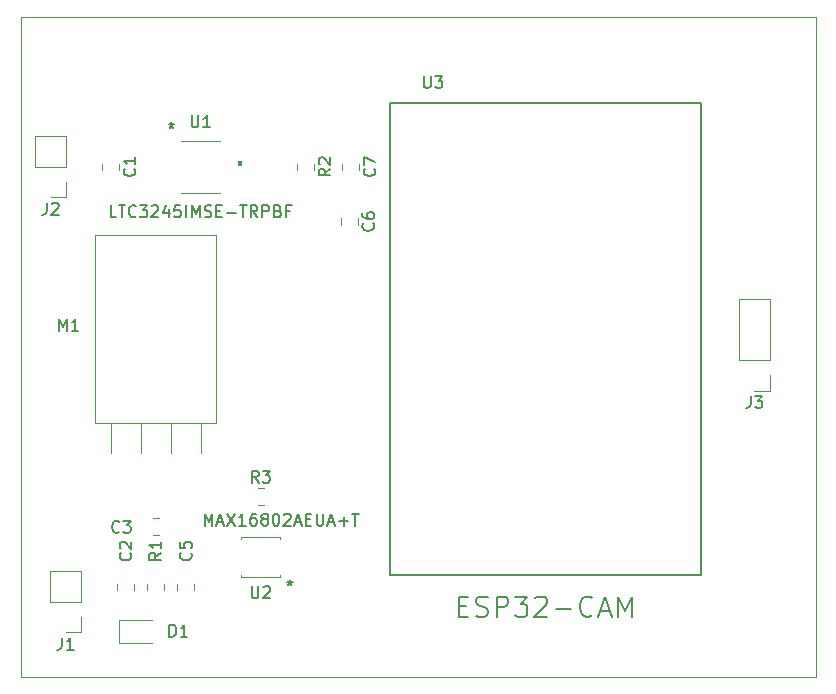
<source format=gbr>
G04 #@! TF.GenerationSoftware,KiCad,Pcbnew,5.1.5+dfsg1-2build2*
G04 #@! TF.CreationDate,2021-09-27T21:09:23+08:00*
G04 #@! TF.ProjectId,esp32-cam,65737033-322d-4636-916d-2e6b69636164,rev?*
G04 #@! TF.SameCoordinates,Original*
G04 #@! TF.FileFunction,Legend,Top*
G04 #@! TF.FilePolarity,Positive*
%FSLAX46Y46*%
G04 Gerber Fmt 4.6, Leading zero omitted, Abs format (unit mm)*
G04 Created by KiCad (PCBNEW 5.1.5+dfsg1-2build2) date 2021-09-27 21:09:23*
%MOMM*%
%LPD*%
G04 APERTURE LIST*
%ADD10C,0.120000*%
%ADD11C,0.127000*%
%ADD12C,0.100000*%
%ADD13C,0.150000*%
G04 APERTURE END LIST*
D10*
X144780000Y-64770000D02*
X144780000Y-120650000D01*
X80010000Y-64770000D02*
X144780000Y-64770000D01*
X144780000Y-120650000D02*
X77470000Y-120650000D01*
X77470000Y-120650000D02*
X77470000Y-64770000D01*
X77470000Y-64770000D02*
X81280000Y-64770000D01*
D11*
X108740000Y-112070000D02*
X108740000Y-72070000D01*
X108740000Y-72070000D02*
X135060000Y-72070000D01*
X135060000Y-72070000D02*
X135060000Y-112070000D01*
X135060000Y-112070000D02*
X108740000Y-112070000D01*
D10*
X89161252Y-107240000D02*
X88638748Y-107240000D01*
X89161252Y-108660000D02*
X88638748Y-108660000D01*
X91033600Y-79667100D02*
X94386400Y-79667100D01*
X94386400Y-75272900D02*
X91033600Y-75272900D01*
D12*
G36*
X96100900Y-76954380D02*
G01*
X96100900Y-77335380D01*
X95846900Y-77335380D01*
X95846900Y-76954380D01*
X96100900Y-76954380D01*
G37*
X96100900Y-76954380D02*
X96100900Y-77335380D01*
X95846900Y-77335380D01*
X95846900Y-76954380D01*
X96100900Y-76954380D01*
D10*
X140930000Y-96430000D02*
X139600000Y-96430000D01*
X140930000Y-95100000D02*
X140930000Y-96430000D01*
X140930000Y-93830000D02*
X138270000Y-93830000D01*
X138270000Y-93830000D02*
X138270000Y-88690000D01*
X140930000Y-93830000D02*
X140930000Y-88690000D01*
X140930000Y-88690000D02*
X138270000Y-88690000D01*
X97528748Y-106120000D02*
X98051252Y-106120000D01*
X97528748Y-104700000D02*
X98051252Y-104700000D01*
X99466400Y-108813600D02*
X96113600Y-108813600D01*
X96113600Y-108813600D02*
X96113600Y-108978700D01*
X96113600Y-112166400D02*
X99466400Y-112166400D01*
X99466400Y-112166400D02*
X99466400Y-112001300D01*
X99466400Y-108978700D02*
X99466400Y-108813600D01*
X96113600Y-112001300D02*
X96113600Y-112166400D01*
X104700000Y-77208748D02*
X104700000Y-77731252D01*
X106120000Y-77208748D02*
X106120000Y-77731252D01*
X100890000Y-77208748D02*
X100890000Y-77731252D01*
X102310000Y-77208748D02*
X102310000Y-77731252D01*
X85770000Y-117800000D02*
X88630000Y-117800000D01*
X85770000Y-115880000D02*
X85770000Y-117800000D01*
X88630000Y-115880000D02*
X85770000Y-115880000D01*
X81340000Y-80070000D02*
X80010000Y-80070000D01*
X81340000Y-78740000D02*
X81340000Y-80070000D01*
X81340000Y-77470000D02*
X78680000Y-77470000D01*
X78680000Y-77470000D02*
X78680000Y-74870000D01*
X81340000Y-77470000D02*
X81340000Y-74870000D01*
X81340000Y-74870000D02*
X78680000Y-74870000D01*
X104590000Y-81838748D02*
X104590000Y-82361252D01*
X106010000Y-81838748D02*
X106010000Y-82361252D01*
X92150000Y-113291252D02*
X92150000Y-112768748D01*
X90730000Y-113291252D02*
X90730000Y-112768748D01*
X92710000Y-99180000D02*
X92710000Y-101720000D01*
X90170000Y-99180000D02*
X90170000Y-101720000D01*
X87630000Y-99180000D02*
X87630000Y-101720000D01*
X85090000Y-99180000D02*
X85090000Y-101720000D01*
X94020000Y-83290000D02*
X94020000Y-99180000D01*
X83780000Y-83290000D02*
X83780000Y-99180000D01*
X83780000Y-83290000D02*
X94020000Y-83290000D01*
X83780000Y-99180000D02*
X94020000Y-99180000D01*
X84380000Y-77208748D02*
X84380000Y-77731252D01*
X85800000Y-77208748D02*
X85800000Y-77731252D01*
X85650000Y-112768748D02*
X85650000Y-113291252D01*
X87070000Y-112768748D02*
X87070000Y-113291252D01*
X82610000Y-111700000D02*
X79950000Y-111700000D01*
X82610000Y-114300000D02*
X82610000Y-111700000D01*
X79950000Y-114300000D02*
X79950000Y-111700000D01*
X82610000Y-114300000D02*
X79950000Y-114300000D01*
X82610000Y-115570000D02*
X82610000Y-116900000D01*
X82610000Y-116900000D02*
X81280000Y-116900000D01*
X88190000Y-112768748D02*
X88190000Y-113291252D01*
X89610000Y-112768748D02*
X89610000Y-113291252D01*
D13*
X111613095Y-69807380D02*
X111613095Y-70616904D01*
X111660714Y-70712142D01*
X111708333Y-70759761D01*
X111803571Y-70807380D01*
X111994047Y-70807380D01*
X112089285Y-70759761D01*
X112136904Y-70712142D01*
X112184523Y-70616904D01*
X112184523Y-69807380D01*
X112565476Y-69807380D02*
X113184523Y-69807380D01*
X112851190Y-70188333D01*
X112994047Y-70188333D01*
X113089285Y-70235952D01*
X113136904Y-70283571D01*
X113184523Y-70378809D01*
X113184523Y-70616904D01*
X113136904Y-70712142D01*
X113089285Y-70759761D01*
X112994047Y-70807380D01*
X112708333Y-70807380D01*
X112613095Y-70759761D01*
X112565476Y-70712142D01*
X114569523Y-114677142D02*
X115142857Y-114677142D01*
X115388571Y-115578095D02*
X114569523Y-115578095D01*
X114569523Y-113858095D01*
X115388571Y-113858095D01*
X116043809Y-115496190D02*
X116289523Y-115578095D01*
X116699047Y-115578095D01*
X116862857Y-115496190D01*
X116944761Y-115414285D01*
X117026666Y-115250476D01*
X117026666Y-115086666D01*
X116944761Y-114922857D01*
X116862857Y-114840952D01*
X116699047Y-114759047D01*
X116371428Y-114677142D01*
X116207619Y-114595238D01*
X116125714Y-114513333D01*
X116043809Y-114349523D01*
X116043809Y-114185714D01*
X116125714Y-114021904D01*
X116207619Y-113940000D01*
X116371428Y-113858095D01*
X116780952Y-113858095D01*
X117026666Y-113940000D01*
X117763809Y-115578095D02*
X117763809Y-113858095D01*
X118419047Y-113858095D01*
X118582857Y-113940000D01*
X118664761Y-114021904D01*
X118746666Y-114185714D01*
X118746666Y-114431428D01*
X118664761Y-114595238D01*
X118582857Y-114677142D01*
X118419047Y-114759047D01*
X117763809Y-114759047D01*
X119320000Y-113858095D02*
X120384761Y-113858095D01*
X119811428Y-114513333D01*
X120057142Y-114513333D01*
X120220952Y-114595238D01*
X120302857Y-114677142D01*
X120384761Y-114840952D01*
X120384761Y-115250476D01*
X120302857Y-115414285D01*
X120220952Y-115496190D01*
X120057142Y-115578095D01*
X119565714Y-115578095D01*
X119401904Y-115496190D01*
X119320000Y-115414285D01*
X121040000Y-114021904D02*
X121121904Y-113940000D01*
X121285714Y-113858095D01*
X121695238Y-113858095D01*
X121859047Y-113940000D01*
X121940952Y-114021904D01*
X122022857Y-114185714D01*
X122022857Y-114349523D01*
X121940952Y-114595238D01*
X120958095Y-115578095D01*
X122022857Y-115578095D01*
X122760000Y-114922857D02*
X124070476Y-114922857D01*
X125872380Y-115414285D02*
X125790476Y-115496190D01*
X125544761Y-115578095D01*
X125380952Y-115578095D01*
X125135238Y-115496190D01*
X124971428Y-115332380D01*
X124889523Y-115168571D01*
X124807619Y-114840952D01*
X124807619Y-114595238D01*
X124889523Y-114267619D01*
X124971428Y-114103809D01*
X125135238Y-113940000D01*
X125380952Y-113858095D01*
X125544761Y-113858095D01*
X125790476Y-113940000D01*
X125872380Y-114021904D01*
X126527619Y-115086666D02*
X127346666Y-115086666D01*
X126363809Y-115578095D02*
X126937142Y-113858095D01*
X127510476Y-115578095D01*
X128083809Y-115578095D02*
X128083809Y-113858095D01*
X128657142Y-115086666D01*
X129230476Y-113858095D01*
X129230476Y-115578095D01*
X85833333Y-108357142D02*
X85785714Y-108404761D01*
X85642857Y-108452380D01*
X85547619Y-108452380D01*
X85404761Y-108404761D01*
X85309523Y-108309523D01*
X85261904Y-108214285D01*
X85214285Y-108023809D01*
X85214285Y-107880952D01*
X85261904Y-107690476D01*
X85309523Y-107595238D01*
X85404761Y-107500000D01*
X85547619Y-107452380D01*
X85642857Y-107452380D01*
X85785714Y-107500000D01*
X85833333Y-107547619D01*
X86166666Y-107452380D02*
X86785714Y-107452380D01*
X86452380Y-107833333D01*
X86595238Y-107833333D01*
X86690476Y-107880952D01*
X86738095Y-107928571D01*
X86785714Y-108023809D01*
X86785714Y-108261904D01*
X86738095Y-108357142D01*
X86690476Y-108404761D01*
X86595238Y-108452380D01*
X86309523Y-108452380D01*
X86214285Y-108404761D01*
X86166666Y-108357142D01*
X91948095Y-73112380D02*
X91948095Y-73921904D01*
X91995714Y-74017142D01*
X92043333Y-74064761D01*
X92138571Y-74112380D01*
X92329047Y-74112380D01*
X92424285Y-74064761D01*
X92471904Y-74017142D01*
X92519523Y-73921904D01*
X92519523Y-73112380D01*
X93519523Y-74112380D02*
X92948095Y-74112380D01*
X93233809Y-74112380D02*
X93233809Y-73112380D01*
X93138571Y-73255238D01*
X93043333Y-73350476D01*
X92948095Y-73398095D01*
X85567142Y-81732380D02*
X85090952Y-81732380D01*
X85090952Y-80732380D01*
X85757619Y-80732380D02*
X86329047Y-80732380D01*
X86043333Y-81732380D02*
X86043333Y-80732380D01*
X87233809Y-81637142D02*
X87186190Y-81684761D01*
X87043333Y-81732380D01*
X86948095Y-81732380D01*
X86805238Y-81684761D01*
X86710000Y-81589523D01*
X86662380Y-81494285D01*
X86614761Y-81303809D01*
X86614761Y-81160952D01*
X86662380Y-80970476D01*
X86710000Y-80875238D01*
X86805238Y-80780000D01*
X86948095Y-80732380D01*
X87043333Y-80732380D01*
X87186190Y-80780000D01*
X87233809Y-80827619D01*
X87567142Y-80732380D02*
X88186190Y-80732380D01*
X87852857Y-81113333D01*
X87995714Y-81113333D01*
X88090952Y-81160952D01*
X88138571Y-81208571D01*
X88186190Y-81303809D01*
X88186190Y-81541904D01*
X88138571Y-81637142D01*
X88090952Y-81684761D01*
X87995714Y-81732380D01*
X87710000Y-81732380D01*
X87614761Y-81684761D01*
X87567142Y-81637142D01*
X88567142Y-80827619D02*
X88614761Y-80780000D01*
X88710000Y-80732380D01*
X88948095Y-80732380D01*
X89043333Y-80780000D01*
X89090952Y-80827619D01*
X89138571Y-80922857D01*
X89138571Y-81018095D01*
X89090952Y-81160952D01*
X88519523Y-81732380D01*
X89138571Y-81732380D01*
X89995714Y-81065714D02*
X89995714Y-81732380D01*
X89757619Y-80684761D02*
X89519523Y-81399047D01*
X90138571Y-81399047D01*
X90995714Y-80732380D02*
X90519523Y-80732380D01*
X90471904Y-81208571D01*
X90519523Y-81160952D01*
X90614761Y-81113333D01*
X90852857Y-81113333D01*
X90948095Y-81160952D01*
X90995714Y-81208571D01*
X91043333Y-81303809D01*
X91043333Y-81541904D01*
X90995714Y-81637142D01*
X90948095Y-81684761D01*
X90852857Y-81732380D01*
X90614761Y-81732380D01*
X90519523Y-81684761D01*
X90471904Y-81637142D01*
X91471904Y-81732380D02*
X91471904Y-80732380D01*
X91948095Y-81732380D02*
X91948095Y-80732380D01*
X92281428Y-81446666D01*
X92614761Y-80732380D01*
X92614761Y-81732380D01*
X93043333Y-81684761D02*
X93186190Y-81732380D01*
X93424285Y-81732380D01*
X93519523Y-81684761D01*
X93567142Y-81637142D01*
X93614761Y-81541904D01*
X93614761Y-81446666D01*
X93567142Y-81351428D01*
X93519523Y-81303809D01*
X93424285Y-81256190D01*
X93233809Y-81208571D01*
X93138571Y-81160952D01*
X93090952Y-81113333D01*
X93043333Y-81018095D01*
X93043333Y-80922857D01*
X93090952Y-80827619D01*
X93138571Y-80780000D01*
X93233809Y-80732380D01*
X93471904Y-80732380D01*
X93614761Y-80780000D01*
X94043333Y-81208571D02*
X94376666Y-81208571D01*
X94519523Y-81732380D02*
X94043333Y-81732380D01*
X94043333Y-80732380D01*
X94519523Y-80732380D01*
X94948095Y-81351428D02*
X95710000Y-81351428D01*
X96043333Y-80732380D02*
X96614761Y-80732380D01*
X96329047Y-81732380D02*
X96329047Y-80732380D01*
X97519523Y-81732380D02*
X97186190Y-81256190D01*
X96948095Y-81732380D02*
X96948095Y-80732380D01*
X97329047Y-80732380D01*
X97424285Y-80780000D01*
X97471904Y-80827619D01*
X97519523Y-80922857D01*
X97519523Y-81065714D01*
X97471904Y-81160952D01*
X97424285Y-81208571D01*
X97329047Y-81256190D01*
X96948095Y-81256190D01*
X97948095Y-81732380D02*
X97948095Y-80732380D01*
X98329047Y-80732380D01*
X98424285Y-80780000D01*
X98471904Y-80827619D01*
X98519523Y-80922857D01*
X98519523Y-81065714D01*
X98471904Y-81160952D01*
X98424285Y-81208571D01*
X98329047Y-81256190D01*
X97948095Y-81256190D01*
X99281428Y-81208571D02*
X99424285Y-81256190D01*
X99471904Y-81303809D01*
X99519523Y-81399047D01*
X99519523Y-81541904D01*
X99471904Y-81637142D01*
X99424285Y-81684761D01*
X99329047Y-81732380D01*
X98948095Y-81732380D01*
X98948095Y-80732380D01*
X99281428Y-80732380D01*
X99376666Y-80780000D01*
X99424285Y-80827619D01*
X99471904Y-80922857D01*
X99471904Y-81018095D01*
X99424285Y-81113333D01*
X99376666Y-81160952D01*
X99281428Y-81208571D01*
X98948095Y-81208571D01*
X100281428Y-81208571D02*
X99948095Y-81208571D01*
X99948095Y-81732380D02*
X99948095Y-80732380D01*
X100424285Y-80732380D01*
X90239850Y-73721980D02*
X90239850Y-73960076D01*
X90001754Y-73864838D02*
X90239850Y-73960076D01*
X90477945Y-73864838D01*
X90096992Y-74150552D02*
X90239850Y-73960076D01*
X90382707Y-74150552D01*
X90239850Y-73721980D02*
X90239850Y-73960076D01*
X90001754Y-73864838D02*
X90239850Y-73960076D01*
X90477945Y-73864838D01*
X90096992Y-74150552D02*
X90239850Y-73960076D01*
X90382707Y-74150552D01*
X139266666Y-96882380D02*
X139266666Y-97596666D01*
X139219047Y-97739523D01*
X139123809Y-97834761D01*
X138980952Y-97882380D01*
X138885714Y-97882380D01*
X139647619Y-96882380D02*
X140266666Y-96882380D01*
X139933333Y-97263333D01*
X140076190Y-97263333D01*
X140171428Y-97310952D01*
X140219047Y-97358571D01*
X140266666Y-97453809D01*
X140266666Y-97691904D01*
X140219047Y-97787142D01*
X140171428Y-97834761D01*
X140076190Y-97882380D01*
X139790476Y-97882380D01*
X139695238Y-97834761D01*
X139647619Y-97787142D01*
X97623333Y-104212380D02*
X97290000Y-103736190D01*
X97051904Y-104212380D02*
X97051904Y-103212380D01*
X97432857Y-103212380D01*
X97528095Y-103260000D01*
X97575714Y-103307619D01*
X97623333Y-103402857D01*
X97623333Y-103545714D01*
X97575714Y-103640952D01*
X97528095Y-103688571D01*
X97432857Y-103736190D01*
X97051904Y-103736190D01*
X97956666Y-103212380D02*
X98575714Y-103212380D01*
X98242380Y-103593333D01*
X98385238Y-103593333D01*
X98480476Y-103640952D01*
X98528095Y-103688571D01*
X98575714Y-103783809D01*
X98575714Y-104021904D01*
X98528095Y-104117142D01*
X98480476Y-104164761D01*
X98385238Y-104212380D01*
X98099523Y-104212380D01*
X98004285Y-104164761D01*
X97956666Y-104117142D01*
X97028095Y-112990380D02*
X97028095Y-113799904D01*
X97075714Y-113895142D01*
X97123333Y-113942761D01*
X97218571Y-113990380D01*
X97409047Y-113990380D01*
X97504285Y-113942761D01*
X97551904Y-113895142D01*
X97599523Y-113799904D01*
X97599523Y-112990380D01*
X98028095Y-113085619D02*
X98075714Y-113038000D01*
X98170952Y-112990380D01*
X98409047Y-112990380D01*
X98504285Y-113038000D01*
X98551904Y-113085619D01*
X98599523Y-113180857D01*
X98599523Y-113276095D01*
X98551904Y-113418952D01*
X97980476Y-113990380D01*
X98599523Y-113990380D01*
X93047619Y-107852380D02*
X93047619Y-106852380D01*
X93380952Y-107566666D01*
X93714285Y-106852380D01*
X93714285Y-107852380D01*
X94142857Y-107566666D02*
X94619047Y-107566666D01*
X94047619Y-107852380D02*
X94380952Y-106852380D01*
X94714285Y-107852380D01*
X94952380Y-106852380D02*
X95619047Y-107852380D01*
X95619047Y-106852380D02*
X94952380Y-107852380D01*
X96523809Y-107852380D02*
X95952380Y-107852380D01*
X96238095Y-107852380D02*
X96238095Y-106852380D01*
X96142857Y-106995238D01*
X96047619Y-107090476D01*
X95952380Y-107138095D01*
X97380952Y-106852380D02*
X97190476Y-106852380D01*
X97095238Y-106900000D01*
X97047619Y-106947619D01*
X96952380Y-107090476D01*
X96904761Y-107280952D01*
X96904761Y-107661904D01*
X96952380Y-107757142D01*
X97000000Y-107804761D01*
X97095238Y-107852380D01*
X97285714Y-107852380D01*
X97380952Y-107804761D01*
X97428571Y-107757142D01*
X97476190Y-107661904D01*
X97476190Y-107423809D01*
X97428571Y-107328571D01*
X97380952Y-107280952D01*
X97285714Y-107233333D01*
X97095238Y-107233333D01*
X97000000Y-107280952D01*
X96952380Y-107328571D01*
X96904761Y-107423809D01*
X98047619Y-107280952D02*
X97952380Y-107233333D01*
X97904761Y-107185714D01*
X97857142Y-107090476D01*
X97857142Y-107042857D01*
X97904761Y-106947619D01*
X97952380Y-106900000D01*
X98047619Y-106852380D01*
X98238095Y-106852380D01*
X98333333Y-106900000D01*
X98380952Y-106947619D01*
X98428571Y-107042857D01*
X98428571Y-107090476D01*
X98380952Y-107185714D01*
X98333333Y-107233333D01*
X98238095Y-107280952D01*
X98047619Y-107280952D01*
X97952380Y-107328571D01*
X97904761Y-107376190D01*
X97857142Y-107471428D01*
X97857142Y-107661904D01*
X97904761Y-107757142D01*
X97952380Y-107804761D01*
X98047619Y-107852380D01*
X98238095Y-107852380D01*
X98333333Y-107804761D01*
X98380952Y-107757142D01*
X98428571Y-107661904D01*
X98428571Y-107471428D01*
X98380952Y-107376190D01*
X98333333Y-107328571D01*
X98238095Y-107280952D01*
X99047619Y-106852380D02*
X99142857Y-106852380D01*
X99238095Y-106900000D01*
X99285714Y-106947619D01*
X99333333Y-107042857D01*
X99380952Y-107233333D01*
X99380952Y-107471428D01*
X99333333Y-107661904D01*
X99285714Y-107757142D01*
X99238095Y-107804761D01*
X99142857Y-107852380D01*
X99047619Y-107852380D01*
X98952380Y-107804761D01*
X98904761Y-107757142D01*
X98857142Y-107661904D01*
X98809523Y-107471428D01*
X98809523Y-107233333D01*
X98857142Y-107042857D01*
X98904761Y-106947619D01*
X98952380Y-106900000D01*
X99047619Y-106852380D01*
X99761904Y-106947619D02*
X99809523Y-106900000D01*
X99904761Y-106852380D01*
X100142857Y-106852380D01*
X100238095Y-106900000D01*
X100285714Y-106947619D01*
X100333333Y-107042857D01*
X100333333Y-107138095D01*
X100285714Y-107280952D01*
X99714285Y-107852380D01*
X100333333Y-107852380D01*
X100714285Y-107566666D02*
X101190476Y-107566666D01*
X100619047Y-107852380D02*
X100952380Y-106852380D01*
X101285714Y-107852380D01*
X101619047Y-107328571D02*
X101952380Y-107328571D01*
X102095238Y-107852380D02*
X101619047Y-107852380D01*
X101619047Y-106852380D01*
X102095238Y-106852380D01*
X102523809Y-106852380D02*
X102523809Y-107661904D01*
X102571428Y-107757142D01*
X102619047Y-107804761D01*
X102714285Y-107852380D01*
X102904761Y-107852380D01*
X103000000Y-107804761D01*
X103047619Y-107757142D01*
X103095238Y-107661904D01*
X103095238Y-106852380D01*
X103523809Y-107566666D02*
X104000000Y-107566666D01*
X103428571Y-107852380D02*
X103761904Y-106852380D01*
X104095238Y-107852380D01*
X104428571Y-107471428D02*
X105190476Y-107471428D01*
X104809523Y-107852380D02*
X104809523Y-107090476D01*
X105523809Y-106852380D02*
X106095238Y-106852380D01*
X105809523Y-107852380D02*
X105809523Y-106852380D01*
X100253800Y-112467140D02*
X100253800Y-112705236D01*
X100015704Y-112609998D02*
X100253800Y-112705236D01*
X100491895Y-112609998D01*
X100110942Y-112895712D02*
X100253800Y-112705236D01*
X100396657Y-112895712D01*
X100253800Y-112467140D02*
X100253800Y-112705236D01*
X100015704Y-112609998D02*
X100253800Y-112705236D01*
X100491895Y-112609998D01*
X100110942Y-112895712D02*
X100253800Y-112705236D01*
X100396657Y-112895712D01*
X107417142Y-77636666D02*
X107464761Y-77684285D01*
X107512380Y-77827142D01*
X107512380Y-77922380D01*
X107464761Y-78065238D01*
X107369523Y-78160476D01*
X107274285Y-78208095D01*
X107083809Y-78255714D01*
X106940952Y-78255714D01*
X106750476Y-78208095D01*
X106655238Y-78160476D01*
X106560000Y-78065238D01*
X106512380Y-77922380D01*
X106512380Y-77827142D01*
X106560000Y-77684285D01*
X106607619Y-77636666D01*
X106512380Y-77303333D02*
X106512380Y-76636666D01*
X107512380Y-77065238D01*
X103702380Y-77636666D02*
X103226190Y-77970000D01*
X103702380Y-78208095D02*
X102702380Y-78208095D01*
X102702380Y-77827142D01*
X102750000Y-77731904D01*
X102797619Y-77684285D01*
X102892857Y-77636666D01*
X103035714Y-77636666D01*
X103130952Y-77684285D01*
X103178571Y-77731904D01*
X103226190Y-77827142D01*
X103226190Y-78208095D01*
X102797619Y-77255714D02*
X102750000Y-77208095D01*
X102702380Y-77112857D01*
X102702380Y-76874761D01*
X102750000Y-76779523D01*
X102797619Y-76731904D01*
X102892857Y-76684285D01*
X102988095Y-76684285D01*
X103130952Y-76731904D01*
X103702380Y-77303333D01*
X103702380Y-76684285D01*
X90061904Y-117252380D02*
X90061904Y-116252380D01*
X90300000Y-116252380D01*
X90442857Y-116300000D01*
X90538095Y-116395238D01*
X90585714Y-116490476D01*
X90633333Y-116680952D01*
X90633333Y-116823809D01*
X90585714Y-117014285D01*
X90538095Y-117109523D01*
X90442857Y-117204761D01*
X90300000Y-117252380D01*
X90061904Y-117252380D01*
X91585714Y-117252380D02*
X91014285Y-117252380D01*
X91300000Y-117252380D02*
X91300000Y-116252380D01*
X91204761Y-116395238D01*
X91109523Y-116490476D01*
X91014285Y-116538095D01*
X79676666Y-80522380D02*
X79676666Y-81236666D01*
X79629047Y-81379523D01*
X79533809Y-81474761D01*
X79390952Y-81522380D01*
X79295714Y-81522380D01*
X80105238Y-80617619D02*
X80152857Y-80570000D01*
X80248095Y-80522380D01*
X80486190Y-80522380D01*
X80581428Y-80570000D01*
X80629047Y-80617619D01*
X80676666Y-80712857D01*
X80676666Y-80808095D01*
X80629047Y-80950952D01*
X80057619Y-81522380D01*
X80676666Y-81522380D01*
X107307142Y-82266666D02*
X107354761Y-82314285D01*
X107402380Y-82457142D01*
X107402380Y-82552380D01*
X107354761Y-82695238D01*
X107259523Y-82790476D01*
X107164285Y-82838095D01*
X106973809Y-82885714D01*
X106830952Y-82885714D01*
X106640476Y-82838095D01*
X106545238Y-82790476D01*
X106450000Y-82695238D01*
X106402380Y-82552380D01*
X106402380Y-82457142D01*
X106450000Y-82314285D01*
X106497619Y-82266666D01*
X106402380Y-81409523D02*
X106402380Y-81600000D01*
X106450000Y-81695238D01*
X106497619Y-81742857D01*
X106640476Y-81838095D01*
X106830952Y-81885714D01*
X107211904Y-81885714D01*
X107307142Y-81838095D01*
X107354761Y-81790476D01*
X107402380Y-81695238D01*
X107402380Y-81504761D01*
X107354761Y-81409523D01*
X107307142Y-81361904D01*
X107211904Y-81314285D01*
X106973809Y-81314285D01*
X106878571Y-81361904D01*
X106830952Y-81409523D01*
X106783333Y-81504761D01*
X106783333Y-81695238D01*
X106830952Y-81790476D01*
X106878571Y-81838095D01*
X106973809Y-81885714D01*
X91857142Y-110166666D02*
X91904761Y-110214285D01*
X91952380Y-110357142D01*
X91952380Y-110452380D01*
X91904761Y-110595238D01*
X91809523Y-110690476D01*
X91714285Y-110738095D01*
X91523809Y-110785714D01*
X91380952Y-110785714D01*
X91190476Y-110738095D01*
X91095238Y-110690476D01*
X91000000Y-110595238D01*
X90952380Y-110452380D01*
X90952380Y-110357142D01*
X91000000Y-110214285D01*
X91047619Y-110166666D01*
X90952380Y-109261904D02*
X90952380Y-109738095D01*
X91428571Y-109785714D01*
X91380952Y-109738095D01*
X91333333Y-109642857D01*
X91333333Y-109404761D01*
X91380952Y-109309523D01*
X91428571Y-109261904D01*
X91523809Y-109214285D01*
X91761904Y-109214285D01*
X91857142Y-109261904D01*
X91904761Y-109309523D01*
X91952380Y-109404761D01*
X91952380Y-109642857D01*
X91904761Y-109738095D01*
X91857142Y-109785714D01*
X80690476Y-91352380D02*
X80690476Y-90352380D01*
X81023809Y-91066666D01*
X81357142Y-90352380D01*
X81357142Y-91352380D01*
X82357142Y-91352380D02*
X81785714Y-91352380D01*
X82071428Y-91352380D02*
X82071428Y-90352380D01*
X81976190Y-90495238D01*
X81880952Y-90590476D01*
X81785714Y-90638095D01*
X87097142Y-77636666D02*
X87144761Y-77684285D01*
X87192380Y-77827142D01*
X87192380Y-77922380D01*
X87144761Y-78065238D01*
X87049523Y-78160476D01*
X86954285Y-78208095D01*
X86763809Y-78255714D01*
X86620952Y-78255714D01*
X86430476Y-78208095D01*
X86335238Y-78160476D01*
X86240000Y-78065238D01*
X86192380Y-77922380D01*
X86192380Y-77827142D01*
X86240000Y-77684285D01*
X86287619Y-77636666D01*
X87192380Y-76684285D02*
X87192380Y-77255714D01*
X87192380Y-76970000D02*
X86192380Y-76970000D01*
X86335238Y-77065238D01*
X86430476Y-77160476D01*
X86478095Y-77255714D01*
X86757142Y-110166666D02*
X86804761Y-110214285D01*
X86852380Y-110357142D01*
X86852380Y-110452380D01*
X86804761Y-110595238D01*
X86709523Y-110690476D01*
X86614285Y-110738095D01*
X86423809Y-110785714D01*
X86280952Y-110785714D01*
X86090476Y-110738095D01*
X85995238Y-110690476D01*
X85900000Y-110595238D01*
X85852380Y-110452380D01*
X85852380Y-110357142D01*
X85900000Y-110214285D01*
X85947619Y-110166666D01*
X85947619Y-109785714D02*
X85900000Y-109738095D01*
X85852380Y-109642857D01*
X85852380Y-109404761D01*
X85900000Y-109309523D01*
X85947619Y-109261904D01*
X86042857Y-109214285D01*
X86138095Y-109214285D01*
X86280952Y-109261904D01*
X86852380Y-109833333D01*
X86852380Y-109214285D01*
X80946666Y-117352380D02*
X80946666Y-118066666D01*
X80899047Y-118209523D01*
X80803809Y-118304761D01*
X80660952Y-118352380D01*
X80565714Y-118352380D01*
X81946666Y-118352380D02*
X81375238Y-118352380D01*
X81660952Y-118352380D02*
X81660952Y-117352380D01*
X81565714Y-117495238D01*
X81470476Y-117590476D01*
X81375238Y-117638095D01*
X89352380Y-110166666D02*
X88876190Y-110500000D01*
X89352380Y-110738095D02*
X88352380Y-110738095D01*
X88352380Y-110357142D01*
X88400000Y-110261904D01*
X88447619Y-110214285D01*
X88542857Y-110166666D01*
X88685714Y-110166666D01*
X88780952Y-110214285D01*
X88828571Y-110261904D01*
X88876190Y-110357142D01*
X88876190Y-110738095D01*
X89352380Y-109214285D02*
X89352380Y-109785714D01*
X89352380Y-109500000D02*
X88352380Y-109500000D01*
X88495238Y-109595238D01*
X88590476Y-109690476D01*
X88638095Y-109785714D01*
M02*

</source>
